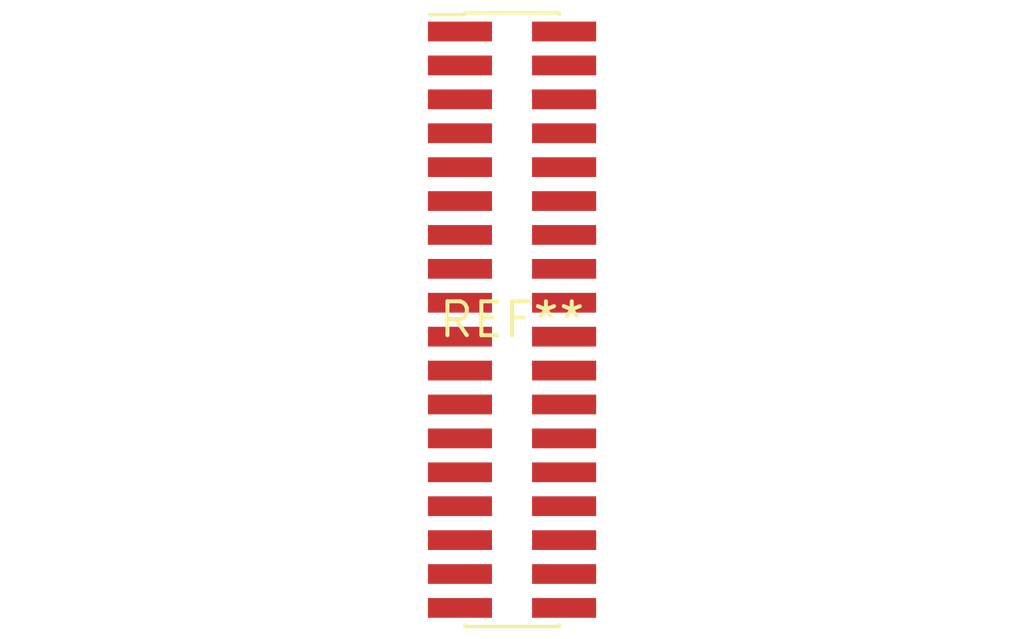
<source format=kicad_pcb>
(kicad_pcb (version 20240108) (generator pcbnew)
  (layers (0 "F.Cu" signal) (31 "B.Cu" signal) (34 "B.Paste" user) (35 "F.Paste" user) (36 "B.SilkS" user "B.Silkscreen") (37 "F.SilkS" user "F.Silkscreen") (38 "B.Mask" user) (39 "F.Mask" user) (44 "Edge.Cuts" user))
  (net 0 "")
  (footprint "PinHeader_2x18_P1.27mm_Vertical_SMD" (layer "F.Cu") (at 0 0)
    (property "Reference" "REF**")
    (property "Value" "PinHeader_2x18_P1.27mm_Vertical_SMD")
    (fp_line (start -3.09 -11.425) (end -1.765 -11.425) (layer "F.SilkS") (stroke (width 0.12)))
    (fp_line (start -1.765 -11.49) (end -1.765 -11.425) (layer "F.SilkS") (stroke (width 0.12)))
    (fp_line (start -1.765 -11.49) (end 1.765 -11.49) (layer "F.SilkS") (stroke (width 0.12)))
    (fp_line (start -1.765 11.425) (end -1.765 11.49) (layer "F.SilkS") (stroke (width 0.12)))
    (fp_line (start -1.765 11.49) (end 1.765 11.49) (layer "F.SilkS") (stroke (width 0.12)))
    (fp_line (start 1.765 -11.49) (end 1.765 -11.425) (layer "F.SilkS") (stroke (width 0.12)))
    (fp_line (start 1.765 11.425) (end 1.765 11.49) (layer "F.SilkS") (stroke (width 0.12)))
    (pad "1" smd rect (at -1.95 -10.795) (size 2.4 0.74) (layers "F.Cu" "F.Paste" "F.Mask"))
    (pad "2" smd rect (at 1.95 -10.795) (size 2.4 0.74) (layers "F.Cu" "F.Paste" "F.Mask"))
    (pad "3" smd rect (at -1.95 -9.525) (size 2.4 0.74) (layers "F.Cu" "F.Paste" "F.Mask"))
    (pad "4" smd rect (at 1.95 -9.525) (size 2.4 0.74) (layers "F.Cu" "F.Paste" "F.Mask"))
    (pad "5" smd rect (at -1.95 -8.255) (size 2.4 0.74) (layers "F.Cu" "F.Paste" "F.Mask"))
    (pad "6" smd rect (at 1.95 -8.255) (size 2.4 0.74) (layers "F.Cu" "F.Paste" "F.Mask"))
    (pad "7" smd rect (at -1.95 -6.985) (size 2.4 0.74) (layers "F.Cu" "F.Paste" "F.Mask"))
    (pad "8" smd rect (at 1.95 -6.985) (size 2.4 0.74) (layers "F.Cu" "F.Paste" "F.Mask"))
    (pad "9" smd rect (at -1.95 -5.715) (size 2.4 0.74) (layers "F.Cu" "F.Paste" "F.Mask"))
    (pad "10" smd rect (at 1.95 -5.715) (size 2.4 0.74) (layers "F.Cu" "F.Paste" "F.Mask"))
    (pad "11" smd rect (at -1.95 -4.445) (size 2.4 0.74) (layers "F.Cu" "F.Paste" "F.Mask"))
    (pad "12" smd rect (at 1.95 -4.445) (size 2.4 0.74) (layers "F.Cu" "F.Paste" "F.Mask"))
    (pad "13" smd rect (at -1.95 -3.175) (size 2.4 0.74) (layers "F.Cu" "F.Paste" "F.Mask"))
    (pad "14" smd rect (at 1.95 -3.175) (size 2.4 0.74) (layers "F.Cu" "F.Paste" "F.Mask"))
    (pad "15" smd rect (at -1.95 -1.905) (size 2.4 0.74) (layers "F.Cu" "F.Paste" "F.Mask"))
    (pad "16" smd rect (at 1.95 -1.905) (size 2.4 0.74) (layers "F.Cu" "F.Paste" "F.Mask"))
    (pad "17" smd rect (at -1.95 -0.635) (size 2.4 0.74) (layers "F.Cu" "F.Paste" "F.Mask"))
    (pad "18" smd rect (at 1.95 -0.635) (size 2.4 0.74) (layers "F.Cu" "F.Paste" "F.Mask"))
    (pad "19" smd rect (at -1.95 0.635) (size 2.4 0.74) (layers "F.Cu" "F.Paste" "F.Mask"))
    (pad "20" smd rect (at 1.95 0.635) (size 2.4 0.74) (layers "F.Cu" "F.Paste" "F.Mask"))
    (pad "21" smd rect (at -1.95 1.905) (size 2.4 0.74) (layers "F.Cu" "F.Paste" "F.Mask"))
    (pad "22" smd rect (at 1.95 1.905) (size 2.4 0.74) (layers "F.Cu" "F.Paste" "F.Mask"))
    (pad "23" smd rect (at -1.95 3.175) (size 2.4 0.74) (layers "F.Cu" "F.Paste" "F.Mask"))
    (pad "24" smd rect (at 1.95 3.175) (size 2.4 0.74) (layers "F.Cu" "F.Paste" "F.Mask"))
    (pad "25" smd rect (at -1.95 4.445) (size 2.4 0.74) (layers "F.Cu" "F.Paste" "F.Mask"))
    (pad "26" smd rect (at 1.95 4.445) (size 2.4 0.74) (layers "F.Cu" "F.Paste" "F.Mask"))
    (pad "27" smd rect (at -1.95 5.715) (size 2.4 0.74) (layers "F.Cu" "F.Paste" "F.Mask"))
    (pad "28" smd rect (at 1.95 5.715) (size 2.4 0.74) (layers "F.Cu" "F.Paste" "F.Mask"))
    (pad "29" smd rect (at -1.95 6.985) (size 2.4 0.74) (layers "F.Cu" "F.Paste" "F.Mask"))
    (pad "30" smd rect (at 1.95 6.985) (size 2.4 0.74) (layers "F.Cu" "F.Paste" "F.Mask"))
    (pad "31" smd rect (at -1.95 8.255) (size 2.4 0.74) (layers "F.Cu" "F.Paste" "F.Mask"))
    (pad "32" smd rect (at 1.95 8.255) (size 2.4 0.74) (layers "F.Cu" "F.Paste" "F.Mask"))
    (pad "33" smd rect (at -1.95 9.525) (size 2.4 0.74) (layers "F.Cu" "F.Paste" "F.Mask"))
    (pad "34" smd rect (at 1.95 9.525) (size 2.4 0.74) (layers "F.Cu" "F.Paste" "F.Mask"))
    (pad "35" smd rect (at -1.95 10.795) (size 2.4 0.74) (layers "F.Cu" "F.Paste" "F.Mask"))
    (pad "36" smd rect (at 1.95 10.795) (size 2.4 0.74) (layers "F.Cu" "F.Paste" "F.Mask"))
  )
)
</source>
